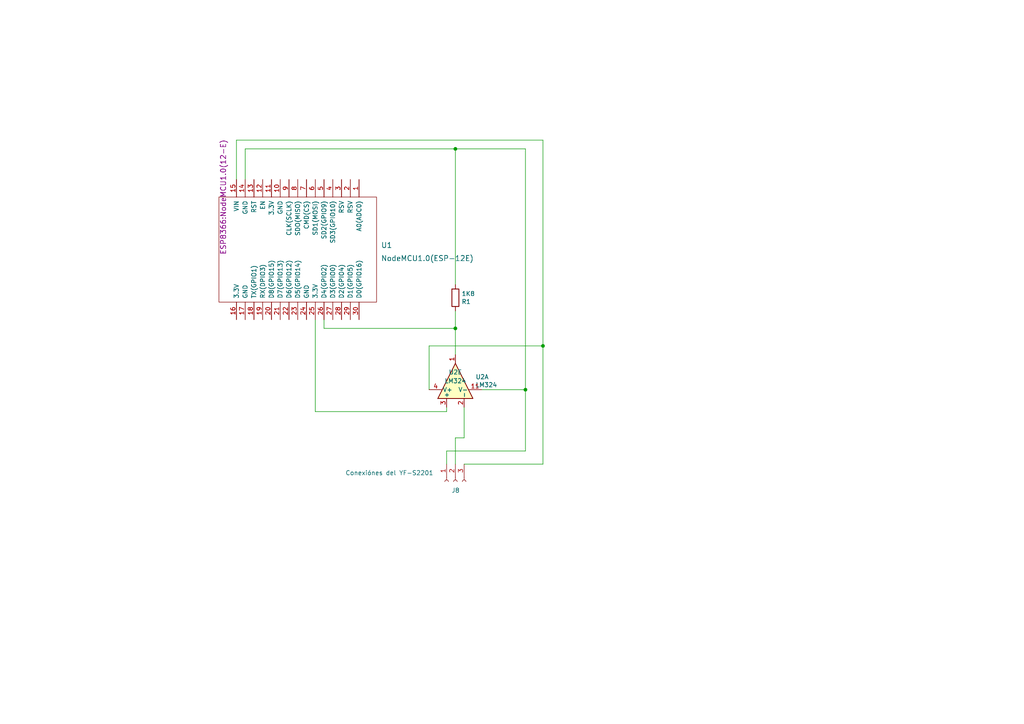
<source format=kicad_sch>
(kicad_sch (version 20211123) (generator eeschema)
  (paper "A4")
  (title_block (title "Dispositivo-H2O") (date "                 2021-02-26") (rev "Escobar J.W.") (company "IER-UNAM"))
  (lib_symbols
    (symbol "Amplifier_Operational:LM324" (pin_names (offset 0.127))
      (property "Reference" "U" (at 0 5.08 0))
      (property "Value" "LM324" (at 0 -5.08 0))
      (symbol "LM324_1_1"
        (polyline (pts (xy -5.08 5.08) (xy 5.08 0) (xy -5.08 -5.08) (xy -5.08 5.08)) (stroke (width 0.254)) (fill (type background)))
        (pin output line (at 7.62 0 180) (length 2.54) (name "~") (number "1"))
        (pin input line (at -7.62 -2.54 0) (length 2.54) (name "-") (number "2"))
        (pin input line (at -7.62 2.54 0) (length 2.54) (name "+") (number "3"))
      )
      (symbol "LM324_2_1"
        (polyline (pts (xy -5.08 5.08) (xy 5.08 0) (xy -5.08 -5.08) (xy -5.08 5.08)) (stroke (width 0.254)) (fill (type background)))
        (pin input line (at -7.62 2.54 0) (length 2.54) (name "+") (number "5"))
        (pin input line (at -7.62 -2.54 0) (length 2.54) (name "-") (number "6"))
        (pin output line (at 7.62 0 180) (length 2.54) (name "~") (number "7"))
      )
      (symbol "LM324_3_1"
        (polyline (pts (xy -5.08 5.08) (xy 5.08 0) (xy -5.08 -5.08) (xy -5.08 5.08)) (stroke (width 0.254)) (fill (type background)))
        (pin input line (at -7.62 2.54 0) (length 2.54) (name "+") (number "10"))
        (pin output line (at 7.62 0 180) (length 2.54) (name "~") (number "8"))
        (pin input line (at -7.62 -2.54 0) (length 2.54) (name "-") (number "9"))
      )
      (symbol "LM324_4_1"
        (polyline (pts (xy -5.08 5.08) (xy 5.08 0) (xy -5.08 -5.08) (xy -5.08 5.08)) (stroke (width 0.254)) (fill (type background)))
        (pin input line (at -7.62 2.54 0) (length 2.54) (name "+") (number "12"))
        (pin input line (at -7.62 -2.54 0) (length 2.54) (name "-") (number "13"))
        (pin output line (at 7.62 0 180) (length 2.54) (name "~") (number "14"))
      )
      (symbol "LM324_5_1"
        (pin power_in line (at -2.54 -7.62 90) (length 3.81) (name "V-") (number "11"))
        (pin power_in line (at -2.54 7.62 270) (length 3.81) (name "V+") (number "4"))
      )
    )
    (symbol "Connector:Conn_01x03_Female" (pin_names (offset 1.016) hide)
      (property "Reference" "J" (at 0 5.08 0))
      (property "Value" "Conn_01x03_Female" (at 0 -5.08 0))
      (symbol "Conn_01x03_Female_1_1"
        (arc (start 0 -2.032) (mid -0.508 -2.54) (end 0 -3.048) (stroke (width 0.1524)))
        (polyline (pts (xy -1.27 -2.54) (xy -0.508 -2.54)) (stroke (width 0.1524)))
        (polyline (pts (xy -1.27 0) (xy -0.508 0)) (stroke (width 0.1524)))
        (polyline (pts (xy -1.27 2.54) (xy -0.508 2.54)) (stroke (width 0.1524)))
        (arc (start 0 0.508) (mid -0.508 0) (end 0 -0.508) (stroke (width 0.1524)))
        (arc (start 0 3.048) (mid -0.508 2.54) (end 0 2.032) (stroke (width 0.1524)))
        (pin passive line (at -5.08 2.54 0) (length 3.81) (name "Pin_1") (number "1"))
        (pin passive line (at -5.08 0 0) (length 3.81) (name "Pin_2") (number "2"))
        (pin passive line (at -5.08 -2.54 0) (length 3.81) (name "Pin_3") (number "3"))
      )
    )
    (symbol "Device:R" (pin_numbers hide) (pin_names (offset 0))
      (property "Reference" "R" (at 2.032 0 90))
      (property "Value" "R" (at 0 0 90))
      (symbol "R_0_1"
        (rectangle (start -1.016 -2.54) (end 1.016 2.54) (stroke (width 0.254)))
      )
      (symbol "R_1_1"
        (pin passive line (at 0 3.81 270) (length 1.27) (name "~") (number "1"))
        (pin passive line (at 0 -3.81 90) (length 1.27) (name "~") (number "2"))
      )
    )
    (symbol "ESP8266:NodeMCU1.0(ESP-12E)" (pin_names (offset 1.016))
      (property "Reference" "U" (at 0 21.59 0))
      (property "Value" "NodeMCU1.0(ESP-12E)" (at 0 -21.59 0))
      (symbol "NodeMCU1.0(ESP-12E)_0_1"
        (rectangle (start -15.24 -22.86) (end 15.24 22.86))
      )
      (symbol "NodeMCU1.0(ESP-12E)_1_1"
        (pin input line (at -20.32 17.78 0) (length 5.08) (name "A0(ADC0)") (number "1"))
        (pin input line (at -20.32 -5.08 0) (length 5.08) (name "GND") (number "10"))
        (pin input line (at -20.32 -7.62 0) (length 5.08) (name "3.3V") (number "11"))
        (pin input line (at -20.32 -10.16 0) (length 5.08) (name "EN") (number "12"))
        (pin input line (at -20.32 -12.7 0) (length 5.08) (name "RST") (number "13"))
        (pin input line (at -20.32 -15.24 0) (length 5.08) (name "GND") (number "14"))
        (pin input line (at -20.32 -17.78 0) (length 5.08) (name "VIN") (number "15"))
        (pin input line (at 20.32 -17.78 180) (length 5.08) (name "3.3V") (number "16"))
        (pin input line (at 20.32 -15.24 180) (length 5.08) (name "GND") (number "17"))
        (pin input line (at 20.32 -12.7 180) (length 5.08) (name "TX(GPIO1)") (number "18"))
        (pin input line (at 20.32 -10.16 180) (length 5.08) (name "RX(DPIO3)") (number "19"))
        (pin input line (at -20.32 15.24 0) (length 5.08) (name "RSV") (number "2"))
        (pin input line (at 20.32 -7.62 180) (length 5.08) (name "D8(GPIO15)") (number "20"))
        (pin input line (at 20.32 -5.08 180) (length 5.08) (name "D7(GPIO13)") (number "21"))
        (pin input line (at 20.32 -2.54 180) (length 5.08) (name "D6(GPIO12)") (number "22"))
        (pin input line (at 20.32 0 180) (length 5.08) (name "D5(GPIO14)") (number "23"))
        (pin input line (at 20.32 2.54 180) (length 5.08) (name "GND") (number "24"))
        (pin input line (at 20.32 5.08 180) (length 5.08) (name "3.3V") (number "25"))
        (pin input line (at 20.32 7.62 180) (length 5.08) (name "D4(GPIO2)") (number "26"))
        (pin input line (at 20.32 10.16 180) (length 5.08) (name "D3(GPIO0)") (number "27"))
        (pin input line (at 20.32 12.7 180) (length 5.08) (name "D2(GPIO4)") (number "28"))
        (pin input line (at 20.32 15.24 180) (length 5.08) (name "D1(GPIO5)") (number "29"))
        (pin input line (at -20.32 12.7 0) (length 5.08) (name "RSV") (number "3"))
        (pin input line (at 20.32 17.78 180) (length 5.08) (name "D0(GPIO16)") (number "30"))
        (pin input line (at -20.32 10.16 0) (length 5.08) (name "SD3(GPIO10)") (number "4"))
        (pin input line (at -20.32 7.62 0) (length 5.08) (name "SD2(GPIO9)") (number "5"))
        (pin input line (at -20.32 5.08 0) (length 5.08) (name "SD1(MOSI)") (number "6"))
        (pin input line (at -20.32 2.54 0) (length 5.08) (name "CMD(CS)") (number "7"))
        (pin input line (at -20.32 0 0) (length 5.08) (name "SDO(MISO)") (number "8"))
        (pin input line (at -20.32 -2.54 0) (length 5.08) (name "CLK(SCLK)") (number "9"))
      )
    )
  )
  (junction (at 132.08 95.25))
  (junction (at 157.48 100.33))
  (junction (at 152.4 113.03))
  (junction (at 132.08 43.18))
  (wire (pts (xy 139.7 113.03) (xy 152.4 113.03)))
  (wire (pts (xy 68.58 40.64) (xy 68.58 52.07)))
  (wire (pts (xy 68.58 40.64) (xy 157.48 40.64)))
  (wire (pts (xy 152.4 113.03) (xy 152.4 43.18)))
  (wire (pts (xy 124.46 100.33) (xy 157.48 100.33)))
  (wire (pts (xy 132.08 102.87) (xy 132.08 95.25)))
  (wire (pts (xy 134.62 127) (xy 134.62 118.11)))
  (wire (pts (xy 132.08 95.25) (xy 132.08 90.17)))
  (wire (pts (xy 132.08 43.18) (xy 132.08 82.55)))
  (wire (pts (xy 157.48 100.33) (xy 157.48 134.62)))
  (wire (pts (xy 129.54 130.81) (xy 129.54 134.62)))
  (wire (pts (xy 134.62 134.62) (xy 157.48 134.62)))
  (wire (pts (xy 132.08 127) (xy 134.62 127)))
  (wire (pts (xy 71.12 43.18) (xy 71.12 52.07)))
  (wire (pts (xy 93.98 95.25) (xy 132.08 95.25)))
  (wire (pts (xy 129.54 130.81) (xy 152.4 130.81)))
  (wire (pts (xy 132.08 43.18) (xy 152.4 43.18)))
  (wire (pts (xy 71.12 43.18) (xy 132.08 43.18)))
  (wire (pts (xy 91.44 119.38) (xy 129.54 119.38)))
  (wire (pts (xy 91.44 92.71) (xy 91.44 119.38)))
  (wire (pts (xy 157.48 40.64) (xy 157.48 100.33)))
  (wire (pts (xy 152.4 113.03) (xy 152.4 130.81)))
  (wire (pts (xy 132.08 127) (xy 132.08 134.62)))
  (wire (pts (xy 93.98 92.71) (xy 93.98 95.25)))
  (wire (pts (xy 129.54 119.38) (xy 129.54 118.11)))
  (wire (pts (xy 124.46 113.03) (xy 124.46 100.33)))
  (symbol (lib_id "Device:R") (at 132.08 86.36 0) (unit 1)
    (property "Reference" "1K8" (at 133.858 85.1916 0) (effects (justify left)))
    (property "Value" "R1" (at 133.858 87.503 0) (effects (justify left)))
    (property "Footprint" "Resistor_THT:R_Axial_DIN0207_L6.3mm_D2.5mm_P15.24mm_Horizontal" (effects hide))
  )
  (symbol (lib_id "Connector:Conn_01x03_Female") (at 132.08 139.7 90) (mirror x) (unit 1)
    (property "Reference" "J8" (at 133.35 142.24 90) (effects (justify left)))
    (property "Value" "Conexiónes del YF-S2201" (at 125.73 137.16 90) (effects (justify left)))
    (property "Footprint" "TerminalBlock:TerminalBlock_Altech_AK300-3_P5.00mm" (effects hide))
  )
  (symbol (lib_id "Amplifier_Operational:LM324") (at 132.08 110.49 90) (unit 1)
    (property "Reference" "U2" (at 137.922 109.3216 90) (effects (justify right)))
    (property "Value" "LM324" (at 137.922 111.633 90) (effects (justify right)))
    (property "Footprint" "Package_DIP:DIP-14_W7.62mm" (effects hide))
    (property "Datasheet" "http://www.ti.com/lit/ds/symlink/lm2902-n.pdf" (effects hide))
  )
  (symbol (lib_id "ESP8266:NodeMCU1.0(ESP-12E)") (at 86.36 72.39 270) (unit 1)
    (property "Reference" "U1" (at 110.49 71.12 90) (effects (font (size 1.524 1.524)) (justify left)))
    (property "Value" "NodeMCU1.0(ESP-12E)" (at 110.49 74.93 90) (effects (font (size 1.524 1.524)) (justify left)))
    (property "Footprint" "ESP8366:NodeMCU1.0(12-E)" (at 64.77 57.15 0) (effects (font (size 1.524 1.524))))
  )
  (symbol (lib_id "Amplifier_Operational:LM324") (at 132.08 110.49 90) (unit 5)
    (property "Reference" "U2" (at 132.08 107.95 90))
    (property "Value" "LM324" (at 132.08 110.49 90))
    (property "Footprint" "Package_DIP:DIP-14_W7.62mm" (effects hide))
    (property "Datasheet" "http://www.ti.com/lit/ds/symlink/lm2902-n.pdf" (effects hide))
  )
)
</source>
